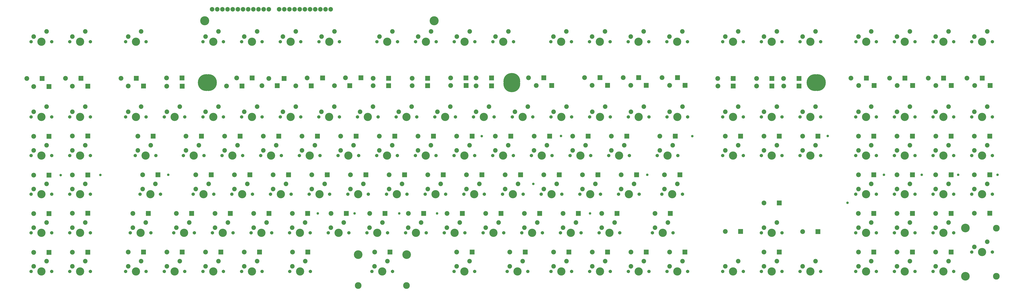
<source format=gbs>
G04 MADE WITH FRITZING*
G04 WWW.FRITZING.ORG*
G04 DOUBLE SIDED*
G04 HOLES PLATED*
G04 CONTOUR ON CENTER OF CONTOUR VECTOR*
%ASAXBY*%
%FSLAX23Y23*%
%MOIN*%
%OFA0B0*%
%SFA1.0B1.0*%
%ADD10C,0.324960*%
%ADD11C,0.167480*%
%ADD12C,0.130079*%
%ADD13C,0.088639*%
%ADD14C,0.158908*%
%ADD15C,0.065278*%
%ADD16C,0.092000*%
%ADD17C,0.049370*%
%ADD18C,0.088000*%
%ADD19C,0.175354*%
%ADD20R,0.092000X0.092000*%
%LNMASK0*%
G90*
G70*
G54D10*
X15610Y4410D03*
X15564Y4410D03*
X3756Y4409D03*
X3802Y4409D03*
X9684Y4387D03*
X9684Y4433D03*
G54D11*
X7644Y1069D03*
X6705Y1069D03*
G54D12*
X7642Y469D03*
X6705Y469D03*
G54D11*
X18480Y649D03*
X18481Y1588D03*
G54D12*
X19081Y1585D03*
X19081Y649D03*
G54D13*
X10115Y3094D03*
X10365Y3193D03*
G54D14*
X10265Y2994D03*
G54D15*
X10065Y2994D03*
X10465Y2994D03*
G54D13*
X3365Y3094D03*
X3615Y3193D03*
G54D14*
X3515Y2994D03*
G54D15*
X3315Y2994D03*
X3715Y2994D03*
G54D13*
X7114Y3094D03*
X7364Y3193D03*
G54D14*
X7264Y2994D03*
G54D15*
X7064Y2994D03*
X7464Y2994D03*
G54D13*
X5614Y3094D03*
X5864Y3193D03*
G54D14*
X5764Y2994D03*
G54D15*
X5564Y2994D03*
X5964Y2994D03*
G54D13*
X12554Y3094D03*
X12804Y3193D03*
G54D14*
X12704Y2994D03*
G54D15*
X12504Y2994D03*
X12904Y2994D03*
G54D13*
X10865Y3094D03*
X11115Y3193D03*
G54D14*
X11015Y2994D03*
G54D15*
X10815Y2994D03*
X11215Y2994D03*
G54D13*
X4865Y3094D03*
X5115Y3193D03*
G54D14*
X5015Y2994D03*
G54D15*
X4815Y2994D03*
X5215Y2994D03*
G54D13*
X3554Y2344D03*
X3804Y2443D03*
G54D14*
X3704Y2244D03*
G54D15*
X3504Y2244D03*
X3904Y2244D03*
G54D13*
X11615Y3094D03*
X11865Y3193D03*
G54D14*
X11765Y2994D03*
G54D15*
X11565Y2994D03*
X11965Y2994D03*
G54D13*
X5803Y2344D03*
X6053Y2443D03*
G54D14*
X5953Y2244D03*
G54D15*
X5753Y2244D03*
X6152Y2244D03*
G54D13*
X2523Y2344D03*
X2772Y2443D03*
G54D14*
X2673Y2244D03*
G54D15*
X2473Y2244D03*
X2872Y2244D03*
G54D13*
X11054Y2344D03*
X11304Y2443D03*
G54D14*
X11204Y2244D03*
G54D15*
X11004Y2244D03*
X11404Y2244D03*
G54D13*
X8803Y2344D03*
X9053Y2443D03*
G54D14*
X8953Y2244D03*
G54D15*
X8753Y2244D03*
X9152Y2244D03*
G54D13*
X8053Y2344D03*
X8303Y2443D03*
G54D14*
X8203Y2244D03*
G54D15*
X8003Y2244D03*
X8402Y2244D03*
G54D13*
X6553Y2344D03*
X6803Y2443D03*
G54D14*
X6703Y2244D03*
G54D15*
X6503Y2244D03*
X6902Y2244D03*
G54D13*
X9743Y3844D03*
X9993Y3944D03*
G54D14*
X9893Y3744D03*
G54D15*
X9693Y3744D03*
X10092Y3744D03*
G54D13*
X12743Y3844D03*
X12993Y3944D03*
G54D14*
X12893Y3744D03*
G54D15*
X12693Y3744D03*
X13093Y3744D03*
G54D13*
X5992Y3844D03*
X6242Y3944D03*
G54D14*
X6142Y3744D03*
G54D15*
X5942Y3744D03*
X6341Y3744D03*
G54D13*
X9365Y3094D03*
X9615Y3193D03*
G54D14*
X9515Y2994D03*
G54D15*
X9315Y2994D03*
X9715Y2994D03*
G54D13*
X7492Y3844D03*
X7742Y3944D03*
G54D14*
X7642Y3744D03*
G54D15*
X7442Y3744D03*
X7841Y3744D03*
G54D13*
X8242Y3844D03*
X8492Y3944D03*
G54D14*
X8392Y3744D03*
G54D15*
X8192Y3744D03*
X8591Y3744D03*
G54D13*
X8992Y3844D03*
X9242Y3944D03*
G54D14*
X9142Y3744D03*
G54D15*
X8942Y3744D03*
X9341Y3744D03*
G54D13*
X6742Y3844D03*
X6992Y3944D03*
G54D14*
X6892Y3744D03*
G54D15*
X6692Y3744D03*
X7091Y3744D03*
G54D13*
X11993Y3844D03*
X12243Y3944D03*
G54D14*
X12143Y3744D03*
G54D15*
X11943Y3744D03*
X12343Y3744D03*
G54D13*
X7864Y3094D03*
X8114Y3193D03*
G54D14*
X8014Y2994D03*
G54D15*
X7814Y2994D03*
X8214Y2994D03*
G54D13*
X2429Y3094D03*
X2679Y3193D03*
G54D14*
X2579Y2994D03*
G54D15*
X2379Y2994D03*
X2779Y2994D03*
G54D13*
X10493Y3844D03*
X10743Y3944D03*
G54D14*
X10643Y3744D03*
G54D15*
X10443Y3744D03*
X10843Y3744D03*
G54D13*
X4115Y3094D03*
X4365Y3193D03*
G54D14*
X4265Y2994D03*
G54D15*
X4065Y2994D03*
X4465Y2994D03*
G54D13*
X8614Y3094D03*
X8864Y3193D03*
G54D14*
X8764Y2994D03*
G54D15*
X8564Y2994D03*
X8964Y2994D03*
G54D13*
X11243Y3844D03*
X11493Y3944D03*
G54D14*
X11393Y3744D03*
G54D15*
X11193Y3744D03*
X11593Y3744D03*
G54D13*
X6364Y3094D03*
X6614Y3193D03*
G54D14*
X6514Y2994D03*
G54D15*
X6314Y2994D03*
X6714Y2994D03*
G54D13*
X9554Y2344D03*
X9804Y2443D03*
G54D14*
X9704Y2244D03*
G54D15*
X9504Y2244D03*
X9904Y2244D03*
G54D13*
X6925Y1594D03*
X7175Y1693D03*
G54D14*
X7075Y1494D03*
G54D15*
X6875Y1494D03*
X7275Y1494D03*
G54D13*
X9645Y844D03*
X9895Y944D03*
G54D14*
X9795Y744D03*
G54D15*
X9595Y744D03*
X9995Y744D03*
G54D13*
X4493Y844D03*
X4743Y944D03*
G54D14*
X4643Y744D03*
G54D15*
X4443Y744D03*
X4842Y744D03*
G54D13*
X4304Y2344D03*
X4554Y2443D03*
G54D14*
X4454Y2244D03*
G54D15*
X4254Y2244D03*
X4654Y2244D03*
G54D13*
X3743Y844D03*
X3993Y944D03*
G54D14*
X3893Y744D03*
G54D15*
X3693Y744D03*
X4092Y744D03*
G54D13*
X8425Y1594D03*
X8675Y1693D03*
G54D14*
X8575Y1494D03*
G54D15*
X8375Y1494D03*
X8775Y1494D03*
G54D13*
X5425Y1594D03*
X5675Y1693D03*
G54D14*
X5575Y1494D03*
G54D15*
X5375Y1494D03*
X5775Y1494D03*
G54D13*
X2993Y844D03*
X3243Y944D03*
G54D14*
X3143Y744D03*
G54D15*
X2943Y744D03*
X3342Y744D03*
G54D13*
X10493Y844D03*
X10743Y944D03*
G54D14*
X10643Y744D03*
G54D15*
X10443Y744D03*
X10843Y744D03*
G54D13*
X8615Y844D03*
X8865Y944D03*
G54D14*
X8765Y744D03*
G54D15*
X8565Y744D03*
X8965Y744D03*
G54D13*
X5428Y844D03*
X5677Y944D03*
G54D14*
X5578Y744D03*
G54D15*
X5378Y744D03*
X5777Y744D03*
G54D13*
X11993Y844D03*
X12243Y944D03*
G54D14*
X12143Y744D03*
G54D15*
X11943Y744D03*
X12343Y744D03*
G54D13*
X11243Y844D03*
X11493Y944D03*
G54D14*
X11393Y744D03*
G54D15*
X11193Y744D03*
X11593Y744D03*
G54D13*
X2243Y844D03*
X2493Y944D03*
G54D14*
X2393Y744D03*
G54D15*
X2193Y744D03*
X2592Y744D03*
G54D13*
X12743Y844D03*
X12993Y944D03*
G54D14*
X12893Y744D03*
G54D15*
X12693Y744D03*
X13093Y744D03*
G54D13*
X7022Y844D03*
X7272Y944D03*
G54D14*
X7172Y744D03*
G54D15*
X6972Y744D03*
X7371Y744D03*
G54D13*
X9177Y1594D03*
X9426Y1693D03*
G54D14*
X9326Y1494D03*
G54D15*
X9126Y1494D03*
X9526Y1494D03*
G54D13*
X4493Y3844D03*
X4743Y3944D03*
G54D14*
X4643Y3744D03*
G54D15*
X4443Y3744D03*
X4842Y3744D03*
G54D13*
X11804Y2344D03*
X12054Y2443D03*
G54D14*
X11954Y2244D03*
G54D15*
X11754Y2244D03*
X12154Y2244D03*
G54D13*
X11427Y1594D03*
X11676Y1693D03*
G54D14*
X11576Y1494D03*
G54D15*
X11376Y1494D03*
X11776Y1494D03*
G54D13*
X5054Y2344D03*
X5304Y2443D03*
G54D14*
X5204Y2244D03*
G54D15*
X5004Y2244D03*
X5404Y2244D03*
G54D13*
X12645Y2344D03*
X12895Y2443D03*
G54D14*
X12795Y2244D03*
G54D15*
X12595Y2244D03*
X12995Y2244D03*
G54D13*
X7303Y2344D03*
X7553Y2443D03*
G54D14*
X7453Y2244D03*
G54D15*
X7253Y2244D03*
X7652Y2244D03*
G54D13*
X10304Y2344D03*
X10554Y2443D03*
G54D14*
X10454Y2244D03*
G54D15*
X10254Y2244D03*
X10654Y2244D03*
G54D13*
X9927Y1594D03*
X10176Y1693D03*
G54D14*
X10076Y1494D03*
G54D15*
X9876Y1494D03*
X10276Y1494D03*
G54D13*
X4677Y1594D03*
X4926Y1693D03*
G54D14*
X4826Y1494D03*
G54D15*
X4626Y1494D03*
X5026Y1494D03*
G54D13*
X7675Y1594D03*
X7925Y1693D03*
G54D14*
X7825Y1494D03*
G54D15*
X7625Y1494D03*
X8025Y1494D03*
G54D13*
X6175Y1594D03*
X6425Y1693D03*
G54D14*
X6325Y1494D03*
G54D15*
X6125Y1494D03*
X6525Y1494D03*
G54D13*
X3927Y1594D03*
X4176Y1693D03*
G54D14*
X4076Y1494D03*
G54D15*
X3876Y1494D03*
X4276Y1494D03*
G54D13*
X2334Y1594D03*
X2583Y1693D03*
G54D14*
X2484Y1494D03*
G54D15*
X2284Y1494D03*
X2683Y1494D03*
G54D13*
X12459Y1594D03*
X12709Y1693D03*
G54D14*
X12609Y1494D03*
G54D15*
X12409Y1494D03*
X12809Y1494D03*
G54D13*
X10677Y1594D03*
X10926Y1693D03*
G54D14*
X10826Y1494D03*
G54D15*
X10626Y1494D03*
X11026Y1494D03*
G54D13*
X3177Y1594D03*
X3426Y1693D03*
G54D14*
X3326Y1494D03*
G54D15*
X3126Y1494D03*
X3526Y1494D03*
G54D13*
X16406Y845D03*
X16655Y945D03*
G54D14*
X16555Y745D03*
G54D15*
X16355Y745D03*
X16755Y745D03*
G54D13*
X410Y3844D03*
X659Y3944D03*
G54D14*
X560Y3744D03*
G54D15*
X360Y3744D03*
X759Y3744D03*
G54D13*
X17155Y5304D03*
X17404Y5404D03*
G54D14*
X17305Y5204D03*
G54D15*
X17105Y5204D03*
X17504Y5204D03*
G54D13*
X410Y844D03*
X659Y944D03*
G54D14*
X560Y744D03*
G54D15*
X360Y744D03*
X759Y744D03*
G54D13*
X17905Y5304D03*
X18154Y5404D03*
G54D14*
X18055Y5204D03*
G54D15*
X17855Y5204D03*
X18254Y5204D03*
G54D13*
X18655Y5304D03*
X18904Y5404D03*
G54D14*
X18805Y5204D03*
G54D15*
X18605Y5204D03*
X19004Y5204D03*
G54D13*
X15324Y5304D03*
X15573Y5404D03*
G54D14*
X15473Y5204D03*
G54D15*
X15273Y5204D03*
X15673Y5204D03*
G54D13*
X16406Y5304D03*
X16655Y5404D03*
G54D14*
X16556Y5204D03*
G54D15*
X16356Y5204D03*
X16755Y5204D03*
G54D13*
X1160Y3844D03*
X1409Y3944D03*
G54D14*
X1310Y3744D03*
G54D15*
X1110Y3744D03*
X1509Y3744D03*
G54D13*
X1160Y844D03*
X1409Y944D03*
G54D14*
X1310Y744D03*
G54D15*
X1110Y744D03*
X1509Y744D03*
G54D13*
X3743Y3844D03*
X3993Y3944D03*
G54D14*
X3893Y3744D03*
G54D15*
X3693Y3744D03*
X4092Y3744D03*
G54D13*
X1160Y3094D03*
X1409Y3194D03*
G54D14*
X1310Y2994D03*
G54D15*
X1110Y2994D03*
X1509Y2994D03*
G54D13*
X1160Y1594D03*
X1409Y1694D03*
G54D14*
X1310Y1494D03*
G54D15*
X1110Y1494D03*
X1509Y1494D03*
G54D13*
X410Y2344D03*
X659Y2444D03*
G54D14*
X560Y2244D03*
G54D15*
X360Y2244D03*
X759Y2244D03*
G54D13*
X410Y3094D03*
X659Y3194D03*
G54D14*
X560Y2994D03*
G54D15*
X360Y2994D03*
X759Y2994D03*
G54D13*
X1160Y2344D03*
X1409Y2444D03*
G54D14*
X1310Y2244D03*
G54D15*
X1110Y2244D03*
X1509Y2244D03*
G54D13*
X13824Y5304D03*
X14073Y5404D03*
G54D14*
X13973Y5204D03*
G54D15*
X13773Y5204D03*
X14173Y5204D03*
G54D13*
X5993Y5304D03*
X6243Y5404D03*
G54D14*
X6143Y5204D03*
G54D15*
X5943Y5204D03*
X6342Y5204D03*
G54D13*
X4493Y5304D03*
X4743Y5404D03*
G54D14*
X4643Y5204D03*
G54D15*
X4443Y5204D03*
X4842Y5204D03*
G54D13*
X14574Y5304D03*
X14823Y5404D03*
G54D14*
X14723Y5204D03*
G54D15*
X14523Y5204D03*
X14923Y5204D03*
G54D13*
X3743Y5304D03*
X3993Y5404D03*
G54D14*
X3893Y5204D03*
G54D15*
X3693Y5204D03*
X4092Y5204D03*
G54D13*
X1160Y5304D03*
X1409Y5404D03*
G54D14*
X1310Y5204D03*
G54D15*
X1110Y5204D03*
X1509Y5204D03*
G54D13*
X410Y5304D03*
X659Y5404D03*
G54D14*
X560Y5204D03*
G54D15*
X360Y5204D03*
X759Y5204D03*
G54D13*
X2243Y5304D03*
X2493Y5404D03*
G54D14*
X2393Y5204D03*
G54D15*
X2193Y5204D03*
X2592Y5204D03*
G54D13*
X5243Y5304D03*
X5493Y5404D03*
G54D14*
X5393Y5204D03*
G54D15*
X5193Y5204D03*
X5592Y5204D03*
G54D13*
X11991Y5304D03*
X12241Y5404D03*
G54D14*
X12141Y5204D03*
G54D15*
X11941Y5204D03*
X12341Y5204D03*
G54D13*
X11241Y5304D03*
X11491Y5404D03*
G54D14*
X11391Y5204D03*
G54D15*
X11191Y5204D03*
X11591Y5204D03*
G54D13*
X7867Y5304D03*
X8116Y5404D03*
G54D14*
X8016Y5204D03*
G54D15*
X7816Y5204D03*
X8216Y5204D03*
G54D13*
X12741Y5304D03*
X12991Y5404D03*
G54D14*
X12891Y5204D03*
G54D15*
X12691Y5204D03*
X13091Y5204D03*
G54D13*
X10492Y5304D03*
X10742Y5404D03*
G54D14*
X10642Y5204D03*
G54D15*
X10442Y5204D03*
X10842Y5204D03*
G54D13*
X7118Y5304D03*
X7367Y5404D03*
G54D14*
X7268Y5204D03*
G54D15*
X7068Y5204D03*
X7467Y5204D03*
G54D13*
X8618Y5304D03*
X8867Y5404D03*
G54D14*
X8768Y5204D03*
G54D15*
X8568Y5204D03*
X8967Y5204D03*
G54D13*
X9367Y5304D03*
X9616Y5404D03*
G54D14*
X9516Y5204D03*
G54D15*
X9316Y5204D03*
X9716Y5204D03*
G54D13*
X410Y1594D03*
X659Y1694D03*
G54D14*
X560Y1494D03*
G54D15*
X360Y1494D03*
X759Y1494D03*
G54D13*
X17155Y1595D03*
X17404Y1695D03*
G54D14*
X17305Y1495D03*
G54D15*
X17105Y1495D03*
X17504Y1495D03*
G54D13*
X17905Y1595D03*
X18154Y1695D03*
G54D14*
X18055Y1495D03*
G54D15*
X17855Y1495D03*
X18254Y1495D03*
G54D13*
X17905Y3095D03*
X18154Y3195D03*
G54D14*
X18055Y2995D03*
G54D15*
X17855Y2995D03*
X18254Y2995D03*
G54D13*
X17905Y2345D03*
X18154Y2445D03*
G54D14*
X18055Y2245D03*
G54D15*
X17855Y2245D03*
X18254Y2245D03*
G54D13*
X13824Y3844D03*
X14073Y3944D03*
G54D14*
X13973Y3744D03*
G54D15*
X13773Y3744D03*
X14173Y3744D03*
G54D13*
X17155Y3095D03*
X17404Y3195D03*
G54D14*
X17305Y2995D03*
G54D15*
X17105Y2995D03*
X17504Y2995D03*
G54D13*
X16406Y1595D03*
X16655Y1695D03*
G54D14*
X16555Y1495D03*
G54D15*
X16355Y1495D03*
X16755Y1495D03*
G54D13*
X18655Y2345D03*
X18904Y2445D03*
G54D14*
X18805Y2245D03*
G54D15*
X18605Y2245D03*
X19004Y2245D03*
G54D13*
X2243Y3844D03*
X2493Y3944D03*
G54D14*
X2393Y3744D03*
G54D15*
X2193Y3744D03*
X2592Y3744D03*
G54D13*
X2993Y3844D03*
X3243Y3944D03*
G54D14*
X3143Y3744D03*
G54D15*
X2943Y3744D03*
X3342Y3744D03*
G54D13*
X17155Y2345D03*
X17404Y2445D03*
G54D14*
X17305Y2245D03*
G54D15*
X17105Y2245D03*
X17504Y2245D03*
G54D13*
X5243Y3844D03*
X5493Y3944D03*
G54D14*
X5393Y3744D03*
G54D15*
X5193Y3744D03*
X5592Y3744D03*
G54D13*
X17155Y845D03*
X17404Y945D03*
G54D14*
X17305Y745D03*
G54D15*
X17105Y745D03*
X17504Y745D03*
G54D13*
X16406Y2345D03*
X16655Y2445D03*
G54D14*
X16555Y2245D03*
G54D15*
X16355Y2245D03*
X16755Y2245D03*
G54D13*
X17905Y845D03*
X18154Y945D03*
G54D14*
X18055Y745D03*
G54D15*
X17855Y745D03*
X18254Y745D03*
G54D13*
X18655Y1221D03*
X18904Y1320D03*
G54D14*
X18805Y1121D03*
G54D15*
X18605Y1121D03*
X19004Y1121D03*
G54D13*
X14574Y1595D03*
X14823Y1695D03*
G54D14*
X14723Y1495D03*
G54D15*
X14523Y1495D03*
X14923Y1495D03*
G54D13*
X18655Y3095D03*
X18904Y3195D03*
G54D14*
X18805Y2995D03*
G54D15*
X18605Y2995D03*
X19004Y2995D03*
G54D13*
X15324Y844D03*
X15573Y944D03*
G54D14*
X15473Y744D03*
G54D15*
X15273Y744D03*
X15673Y744D03*
G54D13*
X13824Y3095D03*
X14073Y3195D03*
G54D14*
X13973Y2995D03*
G54D15*
X13773Y2995D03*
X14173Y2995D03*
G54D13*
X14574Y3844D03*
X14823Y3944D03*
G54D14*
X14723Y3744D03*
G54D15*
X14523Y3744D03*
X14923Y3744D03*
G54D13*
X15324Y3844D03*
X15573Y3944D03*
G54D14*
X15473Y3744D03*
G54D15*
X15273Y3744D03*
X15673Y3744D03*
G54D13*
X15324Y3095D03*
X15573Y3195D03*
G54D14*
X15473Y2995D03*
G54D15*
X15273Y2995D03*
X15673Y2995D03*
G54D13*
X14574Y3095D03*
X14823Y3195D03*
G54D14*
X14723Y2995D03*
G54D15*
X14523Y2995D03*
X14923Y2995D03*
G54D13*
X16406Y3095D03*
X16655Y3195D03*
G54D14*
X16555Y2995D03*
G54D15*
X16355Y2995D03*
X16755Y2995D03*
G54D13*
X13824Y844D03*
X14073Y944D03*
G54D14*
X13973Y744D03*
G54D15*
X13773Y744D03*
X14173Y744D03*
G54D13*
X18655Y3845D03*
X18904Y3945D03*
G54D14*
X18805Y3745D03*
G54D15*
X18605Y3745D03*
X19004Y3745D03*
G54D13*
X17905Y3845D03*
X18154Y3945D03*
G54D14*
X18055Y3745D03*
G54D15*
X17855Y3745D03*
X18254Y3745D03*
G54D13*
X16406Y3845D03*
X16655Y3945D03*
G54D14*
X16555Y3745D03*
G54D15*
X16355Y3745D03*
X16755Y3745D03*
G54D13*
X14574Y844D03*
X14823Y944D03*
G54D14*
X14723Y744D03*
G54D15*
X14523Y744D03*
X14923Y744D03*
G54D13*
X17155Y3845D03*
X17404Y3945D03*
G54D14*
X17305Y3745D03*
G54D15*
X17105Y3745D03*
X17504Y3745D03*
G54D16*
X707Y4335D03*
X409Y4335D03*
X707Y3368D03*
X409Y3368D03*
X1459Y4339D03*
X1161Y4339D03*
X1459Y3373D03*
X1161Y3373D03*
X574Y4490D03*
X276Y4490D03*
X10416Y3371D03*
X10118Y3371D03*
X11352Y2621D03*
X11054Y2621D03*
X9663Y3371D03*
X9365Y3371D03*
X8163Y3371D03*
X7865Y3371D03*
X7413Y3371D03*
X7115Y3371D03*
X8913Y3371D03*
X8615Y3371D03*
X11163Y3371D03*
X10865Y3371D03*
X14727Y4344D03*
X14429Y4344D03*
X15254Y4344D03*
X14956Y4344D03*
X11913Y3371D03*
X11615Y3371D03*
X15621Y3371D03*
X15323Y3371D03*
X14121Y3371D03*
X13823Y3371D03*
X12852Y3371D03*
X12554Y3371D03*
X14871Y3371D03*
X14573Y3371D03*
X6663Y3371D03*
X6365Y3371D03*
X6852Y2621D03*
X6554Y2621D03*
X7602Y2621D03*
X7304Y2621D03*
X5913Y3371D03*
X5615Y3371D03*
X8352Y2621D03*
X8054Y2621D03*
X9852Y2621D03*
X9554Y2621D03*
X10602Y2621D03*
X10304Y2621D03*
X9102Y2621D03*
X8804Y2621D03*
X6102Y2621D03*
X5804Y2621D03*
X5163Y3371D03*
X4865Y3371D03*
X4413Y3369D03*
X4115Y3369D03*
X5352Y2621D03*
X5054Y2621D03*
X3663Y3371D03*
X3365Y3371D03*
X3852Y2621D03*
X3554Y2621D03*
X4602Y2621D03*
X4304Y2621D03*
X2821Y2621D03*
X2523Y2621D03*
X13977Y4344D03*
X13679Y4344D03*
X12289Y4356D03*
X11991Y4356D03*
X10456Y4353D03*
X10158Y4353D03*
X13975Y4492D03*
X13677Y4492D03*
X11539Y4356D03*
X11241Y4356D03*
X12143Y4508D03*
X11845Y4508D03*
X11393Y4508D03*
X11095Y4508D03*
X12896Y4508D03*
X12598Y4508D03*
X13042Y4356D03*
X12744Y4356D03*
X10304Y4505D03*
X10006Y4505D03*
X9290Y4347D03*
X8992Y4347D03*
X5793Y4347D03*
X5495Y4347D03*
X8796Y4355D03*
X8498Y4355D03*
X7293Y4351D03*
X6995Y4351D03*
X6541Y4351D03*
X6243Y4351D03*
X8049Y4351D03*
X7751Y4351D03*
X9290Y4499D03*
X8992Y4499D03*
X4449Y4344D03*
X4151Y4344D03*
X3290Y4340D03*
X2992Y4340D03*
X8794Y4499D03*
X8496Y4499D03*
X2541Y4344D03*
X2243Y4344D03*
X15253Y4492D03*
X14955Y4492D03*
X14727Y4492D03*
X14429Y4492D03*
X2401Y4495D03*
X2103Y4495D03*
X3286Y4499D03*
X2988Y4499D03*
X8049Y4495D03*
X7751Y4495D03*
X7293Y4495D03*
X6995Y4495D03*
X5134Y4351D03*
X4836Y4351D03*
X6756Y4503D03*
X6458Y4503D03*
X5267Y4492D03*
X4969Y4492D03*
X4645Y4499D03*
X4347Y4499D03*
X6012Y4499D03*
X5714Y4499D03*
X2727Y3371D03*
X2429Y3371D03*
X15621Y1518D03*
X15323Y1518D03*
X14871Y1121D03*
X14573Y1121D03*
X16704Y2621D03*
X16406Y2621D03*
X12102Y2621D03*
X11804Y2621D03*
X12291Y1121D03*
X11993Y1121D03*
X11541Y1121D03*
X11243Y1121D03*
X13041Y1121D03*
X12743Y1121D03*
X14871Y2074D03*
X14573Y2074D03*
X16702Y1871D03*
X16404Y1871D03*
X17452Y1871D03*
X17154Y1871D03*
X16704Y1121D03*
X16406Y1121D03*
X18202Y1871D03*
X17904Y1871D03*
X18202Y1121D03*
X17904Y1121D03*
X17452Y1121D03*
X17154Y1121D03*
X18952Y1874D03*
X18654Y1874D03*
X10791Y1121D03*
X10493Y1121D03*
X707Y1113D03*
X409Y1113D03*
X1459Y1873D03*
X1161Y1873D03*
X9943Y1121D03*
X9645Y1121D03*
X707Y1868D03*
X409Y1868D03*
X707Y2613D03*
X409Y2613D03*
X1325Y4495D03*
X1027Y4495D03*
X1459Y2617D03*
X1161Y2617D03*
X1459Y1117D03*
X1161Y1117D03*
X8913Y1121D03*
X8615Y1121D03*
X7321Y1121D03*
X7023Y1121D03*
X2541Y1121D03*
X2243Y1121D03*
X5727Y1121D03*
X5429Y1121D03*
X4041Y1121D03*
X3743Y1121D03*
X3291Y1121D03*
X2993Y1121D03*
X4791Y1121D03*
X4493Y1121D03*
X14121Y1521D03*
X13823Y1521D03*
X7224Y1871D03*
X6926Y1871D03*
X3474Y1871D03*
X3176Y1871D03*
X6474Y1871D03*
X6176Y1871D03*
X4974Y1871D03*
X4676Y1871D03*
X4224Y1871D03*
X3926Y1871D03*
X5724Y1871D03*
X5426Y1871D03*
X7974Y1871D03*
X7676Y1871D03*
X12943Y2621D03*
X12645Y2621D03*
X12757Y1871D03*
X12459Y1871D03*
X8724Y1871D03*
X8426Y1871D03*
X11724Y1871D03*
X11426Y1871D03*
X10224Y1871D03*
X9926Y1871D03*
X9474Y1871D03*
X9176Y1871D03*
X17452Y2621D03*
X17154Y2621D03*
X10974Y1871D03*
X10676Y1871D03*
X18952Y3371D03*
X18654Y3371D03*
X18204Y3371D03*
X17906Y3371D03*
X16708Y4355D03*
X16410Y4355D03*
X17452Y3371D03*
X17154Y3371D03*
X18952Y2621D03*
X18654Y2621D03*
X18202Y2621D03*
X17904Y2621D03*
X16704Y3371D03*
X16406Y3371D03*
X2632Y1871D03*
X2334Y1871D03*
X18807Y4496D03*
X18509Y4496D03*
X18057Y4496D03*
X17759Y4496D03*
X17307Y4496D03*
X17009Y4496D03*
X17455Y4355D03*
X17157Y4355D03*
X16560Y4496D03*
X16262Y4496D03*
X18958Y4355D03*
X18660Y4355D03*
X18205Y4355D03*
X17907Y4355D03*
G54D17*
X933Y2614D03*
X1705Y2616D03*
X3022Y2621D03*
X19105Y2621D03*
X18339Y2621D03*
X17633Y2621D03*
X16900Y2621D03*
X16194Y2077D03*
X5922Y1870D03*
X6633Y1870D03*
X7500Y1871D03*
X8233Y1871D03*
X9102Y3371D03*
X10637Y3373D03*
X13183Y3371D03*
X11200Y1871D03*
X12311Y2621D03*
X15811Y3374D03*
X10100Y2443D03*
G54D18*
X3872Y5833D03*
X3972Y5833D03*
X4072Y5833D03*
X4172Y5833D03*
X4272Y5833D03*
X4372Y5833D03*
X4472Y5833D03*
X4572Y5833D03*
X4672Y5833D03*
X4772Y5833D03*
X4872Y5833D03*
X4972Y5833D03*
X5172Y5833D03*
X5272Y5833D03*
X5372Y5833D03*
X5472Y5833D03*
X5572Y5833D03*
X5672Y5833D03*
X5772Y5833D03*
X5872Y5833D03*
X5972Y5833D03*
X6072Y5833D03*
X6172Y5833D03*
G54D19*
X8178Y5610D03*
X3728Y5610D03*
G54D20*
X708Y4335D03*
X708Y3368D03*
X1460Y4339D03*
X1460Y3373D03*
X575Y4490D03*
X10417Y3371D03*
X11353Y2621D03*
X9664Y3371D03*
X8164Y3371D03*
X7414Y3371D03*
X8914Y3371D03*
X11164Y3371D03*
X14728Y4344D03*
X15255Y4344D03*
X11914Y3371D03*
X15622Y3371D03*
X14122Y3371D03*
X12853Y3371D03*
X14872Y3371D03*
X6664Y3371D03*
X6853Y2621D03*
X7603Y2621D03*
X5914Y3371D03*
X8353Y2621D03*
X9853Y2621D03*
X10603Y2621D03*
X9103Y2621D03*
X6103Y2621D03*
X5164Y3371D03*
X4414Y3369D03*
X5353Y2621D03*
X3664Y3371D03*
X3853Y2621D03*
X4603Y2621D03*
X2822Y2621D03*
X13978Y4344D03*
X12290Y4356D03*
X10457Y4353D03*
X13976Y4492D03*
X11540Y4356D03*
X12144Y4508D03*
X11394Y4508D03*
X12897Y4508D03*
X13043Y4356D03*
X10305Y4505D03*
X9291Y4347D03*
X5794Y4347D03*
X8797Y4355D03*
X7294Y4351D03*
X6542Y4351D03*
X8050Y4351D03*
X9291Y4499D03*
X4450Y4344D03*
X3291Y4340D03*
X8795Y4499D03*
X2542Y4344D03*
X15254Y4492D03*
X14728Y4492D03*
X2402Y4495D03*
X3287Y4499D03*
X8050Y4495D03*
X7294Y4495D03*
X5135Y4351D03*
X6757Y4503D03*
X5268Y4492D03*
X4646Y4499D03*
X6013Y4499D03*
X2728Y3371D03*
X15622Y1518D03*
X14872Y1121D03*
X16705Y2621D03*
X12103Y2621D03*
X12292Y1121D03*
X11542Y1121D03*
X13042Y1121D03*
X14872Y2074D03*
X16703Y1871D03*
X17453Y1871D03*
X16705Y1121D03*
X18203Y1871D03*
X18203Y1121D03*
X17453Y1121D03*
X18953Y1874D03*
X10792Y1121D03*
X708Y1113D03*
X1460Y1873D03*
X9944Y1121D03*
X708Y1868D03*
X708Y2613D03*
X1326Y4495D03*
X1460Y2617D03*
X1460Y1117D03*
X8914Y1121D03*
X7322Y1121D03*
X2542Y1121D03*
X5728Y1121D03*
X4042Y1121D03*
X3292Y1121D03*
X4792Y1121D03*
X14122Y1521D03*
X7225Y1871D03*
X3475Y1871D03*
X6475Y1871D03*
X4975Y1871D03*
X4225Y1871D03*
X5725Y1871D03*
X7975Y1871D03*
X12944Y2621D03*
X12758Y1871D03*
X8725Y1871D03*
X11725Y1871D03*
X10225Y1871D03*
X9475Y1871D03*
X17453Y2621D03*
X10975Y1871D03*
X18953Y3371D03*
X18205Y3371D03*
X16709Y4355D03*
X17453Y3371D03*
X18953Y2621D03*
X18203Y2621D03*
X16705Y3371D03*
X2633Y1871D03*
X18808Y4496D03*
X18058Y4496D03*
X17308Y4496D03*
X17456Y4355D03*
X16561Y4496D03*
X18959Y4355D03*
X18206Y4355D03*
G04 End of Mask0*
M02*
</source>
